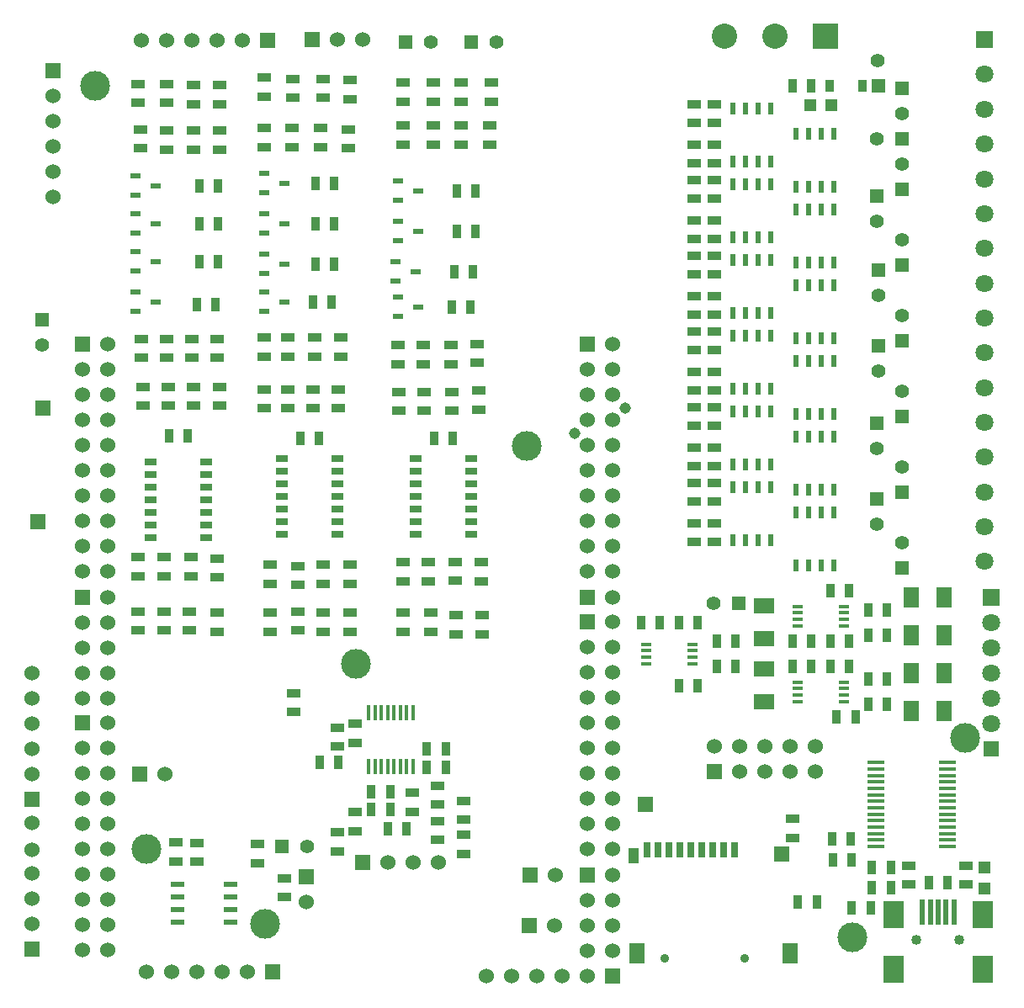
<source format=gts>
G04 (created by PCBNEW (2013-07-07 BZR 4022)-stable) date 28/01/2014 16:49:45*
%MOIN*%
G04 Gerber Fmt 3.4, Leading zero omitted, Abs format*
%FSLAX34Y34*%
G01*
G70*
G90*
G04 APERTURE LIST*
%ADD10C,0.00590551*%
%ADD11R,0.06X0.06*%
%ADD12C,0.06*%
%ADD13C,0.11811*%
%ADD14R,0.0394X0.0236*%
%ADD15R,0.05X0.025*%
%ADD16R,0.055X0.055*%
%ADD17C,0.055*%
%ADD18R,0.035X0.055*%
%ADD19R,0.055X0.035*%
%ADD20R,0.0472X0.0472*%
%ADD21R,0.065X0.016*%
%ADD22R,0.02X0.1*%
%ADD23R,0.0787402X0.11*%
%ADD24C,0.04*%
%ADD25R,0.03X0.06*%
%ADD26R,0.04X0.06*%
%ADD27R,0.06X0.08*%
%ADD28C,0.035*%
%ADD29R,0.0177X0.059*%
%ADD30R,0.0551X0.0236*%
%ADD31C,0.0708661*%
%ADD32R,0.0708661X0.0708661*%
%ADD33R,0.02X0.045*%
%ADD34R,0.1X0.1*%
%ADD35C,0.1*%
%ADD36R,0.038X0.05*%
%ADD37C,0.045*%
%ADD38R,0.08X0.06*%
%ADD39R,0.0402X0.0161*%
G04 APERTURE END LIST*
G54D10*
G54D11*
X70000Y-71000D03*
G54D12*
X71000Y-71000D03*
X70000Y-72000D03*
X71000Y-72000D03*
X70000Y-73000D03*
X71000Y-73000D03*
X70000Y-74000D03*
X71000Y-74000D03*
G54D11*
X50000Y-60000D03*
G54D12*
X51000Y-60000D03*
X50000Y-61000D03*
X51000Y-61000D03*
X50000Y-62000D03*
X51000Y-62000D03*
X50000Y-63000D03*
X51000Y-63000D03*
X50000Y-64000D03*
X51000Y-64000D03*
G54D11*
X70000Y-60000D03*
G54D12*
X71000Y-60000D03*
G54D11*
X50000Y-64984D03*
G54D12*
X51000Y-64984D03*
X50000Y-65984D03*
X51000Y-65984D03*
X50000Y-66984D03*
X51000Y-66984D03*
X50000Y-67984D03*
X51000Y-67984D03*
X50000Y-68984D03*
X51000Y-68984D03*
X50000Y-69984D03*
X51000Y-69984D03*
X50000Y-70984D03*
X51000Y-70984D03*
X50000Y-71984D03*
X51000Y-71984D03*
X50000Y-72984D03*
X51000Y-72984D03*
X50000Y-73984D03*
X51000Y-73984D03*
G54D11*
X48000Y-73950D03*
G54D12*
X48000Y-72950D03*
X48000Y-71950D03*
X48000Y-70950D03*
X48000Y-70000D03*
X48000Y-68950D03*
G54D11*
X48000Y-68000D03*
G54D12*
X48000Y-67000D03*
X48000Y-66000D03*
X48000Y-65000D03*
X48000Y-64000D03*
X48000Y-63000D03*
G54D11*
X57525Y-74850D03*
G54D12*
X56525Y-74850D03*
X55525Y-74850D03*
X54525Y-74850D03*
X53525Y-74850D03*
X52525Y-74850D03*
G54D11*
X67725Y-71000D03*
G54D12*
X68725Y-71000D03*
G54D11*
X67700Y-73000D03*
G54D12*
X68700Y-73000D03*
G54D11*
X52275Y-67000D03*
G54D12*
X53275Y-67000D03*
G54D11*
X71000Y-75025D03*
G54D12*
X70000Y-75025D03*
X69000Y-75000D03*
X68000Y-75025D03*
X67000Y-75025D03*
X66000Y-75025D03*
G54D11*
X86000Y-66000D03*
G54D13*
X67600Y-54000D03*
X50500Y-39750D03*
X60825Y-62650D03*
G54D11*
X59100Y-37900D03*
G54D12*
X60100Y-37900D03*
X61100Y-37900D03*
G54D14*
X52084Y-46325D03*
X52916Y-46700D03*
X52084Y-47075D03*
X62484Y-45125D03*
X63316Y-45500D03*
X62484Y-45875D03*
X62484Y-43525D03*
X63316Y-43900D03*
X62484Y-44275D03*
X52084Y-44825D03*
X52916Y-45200D03*
X52084Y-45575D03*
X52084Y-47925D03*
X52916Y-48300D03*
X52084Y-48675D03*
X52084Y-43325D03*
X52916Y-43700D03*
X52084Y-44075D03*
G54D11*
X57350Y-37950D03*
G54D12*
X56350Y-37950D03*
X55350Y-37950D03*
X54350Y-37950D03*
X53350Y-37950D03*
X52350Y-37950D03*
G54D14*
X57184Y-44825D03*
X58016Y-45200D03*
X57184Y-45575D03*
X57184Y-43225D03*
X58016Y-43600D03*
X57184Y-43975D03*
X57184Y-47925D03*
X58016Y-48300D03*
X57184Y-48675D03*
X57184Y-46425D03*
X58016Y-46800D03*
X57184Y-47175D03*
G54D15*
X54900Y-57650D03*
X54900Y-57150D03*
X54900Y-56650D03*
X54900Y-56150D03*
X54900Y-55650D03*
X54900Y-55150D03*
X54900Y-54650D03*
X52700Y-54650D03*
X52700Y-55150D03*
X52700Y-55650D03*
X52700Y-56150D03*
X52700Y-56650D03*
X52700Y-57150D03*
X52700Y-57650D03*
X60100Y-57500D03*
X60100Y-57000D03*
X60100Y-56500D03*
X60100Y-56000D03*
X60100Y-55500D03*
X60100Y-55000D03*
X60100Y-54500D03*
X57900Y-54500D03*
X57900Y-55000D03*
X57900Y-55500D03*
X57900Y-56000D03*
X57900Y-56500D03*
X57900Y-57000D03*
X57900Y-57500D03*
X65400Y-57500D03*
X65400Y-57000D03*
X65400Y-56500D03*
X65400Y-56000D03*
X65400Y-55500D03*
X65400Y-55000D03*
X65400Y-54500D03*
X63200Y-54500D03*
X63200Y-55000D03*
X63200Y-55500D03*
X63200Y-56000D03*
X63200Y-56500D03*
X63200Y-57000D03*
X63200Y-57500D03*
G54D14*
X62384Y-46725D03*
X63216Y-47100D03*
X62384Y-47475D03*
X62484Y-48125D03*
X63316Y-48500D03*
X62484Y-48875D03*
G54D11*
X48225Y-57000D03*
X48450Y-52500D03*
X48825Y-39150D03*
G54D12*
X48825Y-40150D03*
X48825Y-41150D03*
X48825Y-42150D03*
X48825Y-43150D03*
X48825Y-44150D03*
G54D16*
X48400Y-49000D03*
G54D17*
X48400Y-50000D03*
G54D16*
X62800Y-38000D03*
G54D17*
X63800Y-38000D03*
G54D16*
X65400Y-38000D03*
G54D17*
X66400Y-38000D03*
G54D18*
X54175Y-53600D03*
X53425Y-53600D03*
X63925Y-53700D03*
X64675Y-53700D03*
X59375Y-53700D03*
X58625Y-53700D03*
G54D19*
X53250Y-61325D03*
X53250Y-60575D03*
X52200Y-60575D03*
X52200Y-61325D03*
X52300Y-42225D03*
X52300Y-41475D03*
X55350Y-60625D03*
X55350Y-61375D03*
X54250Y-61325D03*
X54250Y-60575D03*
X53350Y-42275D03*
X53350Y-41525D03*
X53250Y-59175D03*
X53250Y-58425D03*
X52200Y-58425D03*
X52200Y-59175D03*
X52200Y-39675D03*
X52200Y-40425D03*
X53350Y-39675D03*
X53350Y-40425D03*
X54300Y-59175D03*
X54300Y-58425D03*
X55350Y-58475D03*
X55350Y-59225D03*
X54400Y-52425D03*
X54400Y-51675D03*
X55450Y-42275D03*
X55450Y-41525D03*
X53400Y-51675D03*
X53400Y-52425D03*
X55450Y-52425D03*
X55450Y-51675D03*
X52400Y-51675D03*
X52400Y-52425D03*
X54400Y-42275D03*
X54400Y-41525D03*
X54350Y-50525D03*
X54350Y-49775D03*
X55450Y-39725D03*
X55450Y-40475D03*
X52350Y-49775D03*
X52350Y-50525D03*
X54400Y-39725D03*
X54400Y-40475D03*
X58550Y-61325D03*
X58550Y-60575D03*
X59450Y-42175D03*
X59450Y-41425D03*
X57200Y-51775D03*
X57200Y-52525D03*
X60550Y-42225D03*
X60550Y-41475D03*
X59150Y-52525D03*
X59150Y-51775D03*
G54D18*
X55375Y-45200D03*
X54625Y-45200D03*
X55375Y-43700D03*
X54625Y-43700D03*
G54D19*
X57200Y-42175D03*
X57200Y-41425D03*
X57450Y-60625D03*
X57450Y-61375D03*
X63800Y-61375D03*
X63800Y-60625D03*
X62700Y-60625D03*
X62700Y-61375D03*
X62700Y-42075D03*
X62700Y-41325D03*
X63900Y-42075D03*
X63900Y-41325D03*
X64800Y-61475D03*
X64800Y-60725D03*
X65850Y-60725D03*
X65850Y-61475D03*
X64650Y-52625D03*
X64650Y-51875D03*
X65700Y-52575D03*
X65700Y-51825D03*
X66150Y-42075D03*
X66150Y-41325D03*
X62550Y-51875D03*
X62550Y-52625D03*
X63550Y-51875D03*
X63550Y-52625D03*
X65000Y-42075D03*
X65000Y-41325D03*
X55350Y-50525D03*
X55350Y-49775D03*
X53350Y-49775D03*
X53350Y-50525D03*
X60150Y-52525D03*
X60150Y-51775D03*
X58150Y-51775D03*
X58150Y-52525D03*
X58300Y-42175D03*
X58300Y-41425D03*
X58150Y-49725D03*
X58150Y-50475D03*
X60250Y-50475D03*
X60250Y-49725D03*
X57450Y-58725D03*
X57450Y-59475D03*
X58550Y-59525D03*
X58550Y-58775D03*
X59550Y-39475D03*
X59550Y-40225D03*
X57200Y-49725D03*
X57200Y-50475D03*
X60600Y-39525D03*
X60600Y-40275D03*
X59200Y-50475D03*
X59200Y-49725D03*
X60600Y-58725D03*
X60600Y-59475D03*
X59550Y-59475D03*
X59550Y-58725D03*
X58350Y-39475D03*
X58350Y-40225D03*
X57200Y-39425D03*
X57200Y-40175D03*
G54D18*
X55375Y-46700D03*
X54625Y-46700D03*
X55275Y-48400D03*
X54525Y-48400D03*
X59975Y-43600D03*
X59225Y-43600D03*
X59975Y-45200D03*
X59225Y-45200D03*
X65575Y-45500D03*
X64825Y-45500D03*
X65575Y-43900D03*
X64825Y-43900D03*
X59875Y-48300D03*
X59125Y-48300D03*
X59975Y-46800D03*
X59225Y-46800D03*
G54D19*
X59550Y-61375D03*
X59550Y-60625D03*
X60600Y-60625D03*
X60600Y-61375D03*
X63700Y-59375D03*
X63700Y-58625D03*
X62700Y-58625D03*
X62700Y-59375D03*
X62700Y-39625D03*
X62700Y-40375D03*
X63900Y-39625D03*
X63900Y-40375D03*
X64774Y-59349D03*
X64774Y-58599D03*
X65800Y-58625D03*
X65800Y-59375D03*
X64600Y-50775D03*
X64600Y-50025D03*
X65650Y-50725D03*
X65650Y-49975D03*
X66200Y-39625D03*
X66200Y-40375D03*
X62500Y-50025D03*
X62500Y-50775D03*
X63500Y-50025D03*
X63500Y-50775D03*
X65000Y-39625D03*
X65000Y-40375D03*
G54D18*
X65375Y-48500D03*
X64625Y-48500D03*
X65475Y-47100D03*
X64725Y-47100D03*
G54D11*
X50000Y-49984D03*
G54D12*
X51000Y-49984D03*
X50000Y-50984D03*
X51000Y-50984D03*
X50000Y-51984D03*
X51000Y-51984D03*
X50000Y-52984D03*
X51000Y-52984D03*
X50000Y-53984D03*
X51000Y-53984D03*
X50000Y-54984D03*
X51000Y-54984D03*
X50000Y-55984D03*
X51000Y-55984D03*
X50000Y-56984D03*
X51000Y-56984D03*
X50000Y-57984D03*
X51000Y-57984D03*
X50000Y-58984D03*
X51000Y-58984D03*
G54D18*
X81275Y-71518D03*
X82025Y-71518D03*
G54D19*
X82750Y-71393D03*
X82750Y-70643D03*
G54D18*
X83525Y-71318D03*
X84275Y-71318D03*
X80475Y-70418D03*
X79725Y-70418D03*
X79700Y-69593D03*
X80450Y-69593D03*
X81275Y-70718D03*
X82025Y-70718D03*
G54D20*
X85750Y-70705D03*
X85750Y-71531D03*
G54D18*
X81225Y-72318D03*
X80475Y-72318D03*
G54D19*
X85000Y-71393D03*
X85000Y-70643D03*
G54D21*
X81433Y-68090D03*
X81433Y-68346D03*
X81433Y-68602D03*
X81433Y-68858D03*
X84267Y-67322D03*
X81433Y-67322D03*
X81433Y-67578D03*
X81433Y-67834D03*
X84267Y-69114D03*
X84267Y-68858D03*
X84267Y-68602D03*
X84267Y-68346D03*
X84267Y-68090D03*
X84267Y-67834D03*
X81433Y-69114D03*
X84267Y-67578D03*
X84267Y-67066D03*
X84267Y-66811D03*
X84267Y-66555D03*
X81433Y-66555D03*
X81433Y-66811D03*
X81433Y-67066D03*
X81433Y-69370D03*
X81433Y-69625D03*
X81433Y-69881D03*
X84267Y-69881D03*
X84267Y-69625D03*
X84267Y-69370D03*
G54D11*
X70000Y-60984D03*
G54D12*
X71000Y-60984D03*
X70000Y-61984D03*
X71000Y-61984D03*
X70000Y-62984D03*
X71000Y-62984D03*
X70000Y-63984D03*
X71000Y-63984D03*
X70000Y-64984D03*
X71000Y-64984D03*
X70000Y-65984D03*
X71000Y-65984D03*
X70000Y-66984D03*
X71000Y-66984D03*
X70000Y-67984D03*
X71000Y-67984D03*
X70000Y-68984D03*
X71000Y-68984D03*
X70000Y-69984D03*
X71000Y-69984D03*
G54D11*
X75050Y-66918D03*
G54D12*
X75050Y-65918D03*
X76050Y-66918D03*
X76050Y-65918D03*
X77050Y-66918D03*
X77050Y-65918D03*
X78050Y-66918D03*
X78050Y-65918D03*
X79050Y-66918D03*
X79050Y-65918D03*
G54D11*
X72300Y-68218D03*
G54D18*
X79100Y-72093D03*
X78350Y-72093D03*
G54D19*
X78125Y-69543D03*
X78125Y-68793D03*
G54D22*
X83270Y-72468D03*
X83585Y-72468D03*
X83900Y-72468D03*
X84214Y-72468D03*
X84529Y-72468D03*
G54D23*
X82128Y-74749D03*
X85671Y-74749D03*
X82128Y-72583D03*
X85671Y-72583D03*
G54D24*
X83050Y-73568D03*
X84750Y-73568D03*
G54D25*
X75832Y-70018D03*
X75399Y-70018D03*
X74966Y-70018D03*
X74533Y-70018D03*
X74100Y-70018D03*
X73666Y-70018D03*
X73233Y-70018D03*
X72800Y-70018D03*
X72367Y-70018D03*
G54D26*
X71837Y-70254D03*
G54D27*
X71974Y-74101D03*
X78037Y-74101D03*
G54D11*
X77714Y-70172D03*
G54D28*
X73076Y-74309D03*
X76225Y-74309D03*
G54D13*
X80500Y-73493D03*
X84975Y-65568D03*
G54D18*
X63635Y-65994D03*
X64385Y-65994D03*
X61435Y-68394D03*
X62185Y-68394D03*
G54D19*
X60810Y-65769D03*
X60810Y-65019D03*
X65110Y-70169D03*
X65110Y-69419D03*
X64060Y-69619D03*
X64060Y-68869D03*
G54D18*
X62085Y-69169D03*
X62835Y-69169D03*
G54D19*
X60110Y-70069D03*
X60110Y-69319D03*
X65110Y-68819D03*
X65110Y-68069D03*
X64060Y-68219D03*
X64060Y-67469D03*
X63060Y-68494D03*
X63060Y-67744D03*
X60810Y-69269D03*
X60810Y-68519D03*
G54D18*
X64385Y-66744D03*
X63635Y-66744D03*
X61435Y-67694D03*
X62185Y-67694D03*
G54D19*
X58372Y-64557D03*
X58372Y-63807D03*
X60110Y-65169D03*
X60110Y-65919D03*
G54D29*
X63085Y-64585D03*
X62835Y-64585D03*
X62585Y-64585D03*
X62335Y-64585D03*
X62085Y-64585D03*
X61835Y-64585D03*
X61585Y-64585D03*
X61335Y-64585D03*
X61335Y-66703D03*
X61585Y-66703D03*
X61835Y-66703D03*
X62085Y-66703D03*
X62335Y-66703D03*
X62585Y-66703D03*
X62835Y-66703D03*
X63085Y-66703D03*
G54D11*
X61110Y-70494D03*
G54D12*
X62110Y-70494D03*
X63110Y-70494D03*
X64110Y-70494D03*
G54D18*
X60135Y-66544D03*
X59385Y-66544D03*
G54D19*
X54519Y-69737D03*
X54519Y-70487D03*
X53694Y-70462D03*
X53694Y-69712D03*
X56919Y-70537D03*
X56919Y-69787D03*
G54D11*
X58869Y-71062D03*
G54D12*
X58869Y-72062D03*
G54D30*
X55869Y-71362D03*
X53769Y-71362D03*
X55869Y-71862D03*
X55869Y-72362D03*
X55869Y-72862D03*
X53769Y-71862D03*
X53769Y-72362D03*
X53769Y-72862D03*
G54D16*
X57894Y-69887D03*
G54D17*
X58894Y-69887D03*
G54D19*
X57994Y-71137D03*
X57994Y-71887D03*
G54D13*
X52519Y-69987D03*
X57244Y-72937D03*
G54D31*
X85750Y-58584D03*
X85750Y-57206D03*
G54D32*
X85750Y-37915D03*
G54D31*
X85750Y-39293D03*
X85750Y-40671D03*
X85750Y-42049D03*
X85750Y-43427D03*
X85750Y-44805D03*
X85750Y-46183D03*
X85750Y-47561D03*
X85750Y-48938D03*
X85750Y-50316D03*
X85750Y-51694D03*
X85750Y-53072D03*
X85750Y-54450D03*
X85750Y-55828D03*
G54D11*
X70000Y-49984D03*
G54D12*
X71000Y-49984D03*
X70000Y-50984D03*
X71000Y-50984D03*
X70000Y-51984D03*
X71000Y-51984D03*
X70000Y-52984D03*
X71000Y-52984D03*
X70000Y-53984D03*
X71000Y-53984D03*
X70000Y-54984D03*
X71000Y-54984D03*
X70000Y-55984D03*
X71000Y-55984D03*
X70000Y-56984D03*
X71000Y-56984D03*
X70000Y-57984D03*
X71000Y-57984D03*
X70000Y-58984D03*
X71000Y-58984D03*
G54D19*
X74225Y-40475D03*
X74225Y-41225D03*
X74225Y-42075D03*
X74225Y-42825D03*
X74225Y-43475D03*
X74225Y-44225D03*
X74225Y-45075D03*
X74225Y-45825D03*
X74225Y-46475D03*
X74225Y-47225D03*
X74225Y-48075D03*
X74225Y-48825D03*
G54D16*
X81475Y-53100D03*
G54D17*
X81475Y-54100D03*
G54D16*
X81475Y-44100D03*
G54D17*
X81475Y-45100D03*
G54D16*
X82475Y-52850D03*
G54D17*
X82475Y-51850D03*
G54D16*
X82475Y-43850D03*
G54D17*
X82475Y-42850D03*
G54D16*
X81525Y-50050D03*
G54D17*
X81525Y-51050D03*
G54D16*
X82475Y-39850D03*
G54D17*
X82475Y-40850D03*
G54D19*
X75025Y-47225D03*
X75025Y-46475D03*
X75025Y-48825D03*
X75025Y-48075D03*
X75025Y-44225D03*
X75025Y-43475D03*
X75025Y-45825D03*
X75025Y-45075D03*
X75025Y-42825D03*
X75025Y-42075D03*
X75025Y-41225D03*
X75025Y-40475D03*
G54D33*
X77275Y-48750D03*
X77275Y-46650D03*
X76775Y-48750D03*
X76275Y-48750D03*
X75775Y-48750D03*
X76775Y-46650D03*
X76275Y-46650D03*
X75775Y-46650D03*
X79775Y-49750D03*
X79775Y-47650D03*
X79275Y-49750D03*
X78775Y-49750D03*
X78275Y-49750D03*
X79275Y-47650D03*
X78775Y-47650D03*
X78275Y-47650D03*
X77275Y-45750D03*
X77275Y-43650D03*
X76775Y-45750D03*
X76275Y-45750D03*
X75775Y-45750D03*
X76775Y-43650D03*
X76275Y-43650D03*
X75775Y-43650D03*
X79775Y-43750D03*
X79775Y-41650D03*
X79275Y-43750D03*
X78775Y-43750D03*
X78275Y-43750D03*
X79275Y-41650D03*
X78775Y-41650D03*
X78275Y-41650D03*
X77275Y-42750D03*
X77275Y-40650D03*
X76775Y-42750D03*
X76275Y-42750D03*
X75775Y-42750D03*
X76775Y-40650D03*
X76275Y-40650D03*
X75775Y-40650D03*
X79775Y-46750D03*
X79775Y-44650D03*
X79275Y-46750D03*
X78775Y-46750D03*
X78275Y-46750D03*
X79275Y-44650D03*
X78775Y-44650D03*
X78275Y-44650D03*
X77275Y-54750D03*
X77275Y-52650D03*
X76775Y-54750D03*
X76275Y-54750D03*
X75775Y-54750D03*
X76775Y-52650D03*
X76275Y-52650D03*
X75775Y-52650D03*
X79775Y-58750D03*
X79775Y-56650D03*
X79275Y-58750D03*
X78775Y-58750D03*
X78275Y-58750D03*
X79275Y-56650D03*
X78775Y-56650D03*
X78275Y-56650D03*
X77275Y-57750D03*
X77275Y-55650D03*
X76775Y-57750D03*
X76275Y-57750D03*
X75775Y-57750D03*
X76775Y-55650D03*
X76275Y-55650D03*
X75775Y-55650D03*
X79775Y-55750D03*
X79775Y-53650D03*
X79275Y-55750D03*
X78775Y-55750D03*
X78275Y-55750D03*
X79275Y-53650D03*
X78775Y-53650D03*
X78275Y-53650D03*
X77275Y-51750D03*
X77275Y-49650D03*
X76775Y-51750D03*
X76275Y-51750D03*
X75775Y-51750D03*
X76775Y-49650D03*
X76275Y-49650D03*
X75775Y-49650D03*
X79775Y-52750D03*
X79775Y-50650D03*
X79275Y-52750D03*
X78775Y-52750D03*
X78275Y-52750D03*
X79275Y-50650D03*
X78775Y-50650D03*
X78275Y-50650D03*
G54D19*
X75025Y-57825D03*
X75025Y-57075D03*
X75025Y-56225D03*
X75025Y-55475D03*
X75025Y-53225D03*
X75025Y-52475D03*
X75025Y-54825D03*
X75025Y-54075D03*
X75025Y-50225D03*
X75025Y-49475D03*
X75025Y-51825D03*
X75025Y-51075D03*
G54D34*
X79425Y-37775D03*
G54D35*
X77425Y-37775D03*
X75425Y-37775D03*
G54D36*
X79610Y-39740D03*
X80900Y-39740D03*
G54D18*
X78125Y-39750D03*
X78875Y-39750D03*
G54D20*
X78837Y-40500D03*
X79663Y-40500D03*
G54D16*
X82475Y-46850D03*
G54D17*
X82475Y-45850D03*
G54D16*
X82475Y-55850D03*
G54D17*
X82475Y-54850D03*
G54D16*
X81525Y-47050D03*
G54D17*
X81525Y-48050D03*
G54D16*
X81475Y-56100D03*
G54D17*
X81475Y-57100D03*
G54D16*
X82475Y-49850D03*
G54D17*
X82475Y-48850D03*
G54D16*
X82475Y-58850D03*
G54D17*
X82475Y-57850D03*
G54D16*
X81525Y-39750D03*
G54D17*
X81500Y-38750D03*
G54D16*
X82475Y-41850D03*
G54D17*
X81475Y-41850D03*
G54D19*
X74225Y-49475D03*
X74225Y-50225D03*
X74225Y-51075D03*
X74225Y-51825D03*
X74225Y-52475D03*
X74225Y-53225D03*
X74225Y-54075D03*
X74225Y-54825D03*
X74225Y-55475D03*
X74225Y-56225D03*
X74225Y-57075D03*
X74225Y-57825D03*
G54D37*
X69500Y-53500D03*
X71500Y-52500D03*
G54D38*
X77000Y-62850D03*
X77000Y-64150D03*
G54D27*
X82850Y-63000D03*
X84150Y-63000D03*
X82850Y-61500D03*
X84150Y-61500D03*
X82850Y-60000D03*
X84150Y-60000D03*
X82850Y-64500D03*
X84150Y-64500D03*
G54D38*
X77000Y-61650D03*
X77000Y-60350D03*
G54D18*
X74375Y-63500D03*
X73625Y-63500D03*
X75875Y-62750D03*
X75125Y-62750D03*
X80375Y-62750D03*
X79625Y-62750D03*
X80375Y-61750D03*
X79625Y-61750D03*
X81875Y-61500D03*
X81125Y-61500D03*
X78125Y-62750D03*
X78875Y-62750D03*
X81875Y-60500D03*
X81125Y-60500D03*
X80375Y-59750D03*
X79625Y-59750D03*
X75875Y-61750D03*
X75125Y-61750D03*
X74375Y-61000D03*
X73625Y-61000D03*
X78125Y-61750D03*
X78875Y-61750D03*
X81875Y-63250D03*
X81125Y-63250D03*
X72125Y-61000D03*
X72875Y-61000D03*
X81875Y-64250D03*
X81125Y-64250D03*
X80625Y-64750D03*
X79875Y-64750D03*
G54D16*
X76000Y-60250D03*
G54D17*
X75000Y-60250D03*
G54D39*
X78344Y-63366D03*
X78344Y-63622D03*
X78344Y-63878D03*
X78344Y-64134D03*
X80156Y-64134D03*
X80156Y-63878D03*
X80156Y-63622D03*
X80156Y-63366D03*
X72344Y-61866D03*
X72344Y-62122D03*
X72344Y-62378D03*
X72344Y-62634D03*
X74156Y-62634D03*
X74156Y-62378D03*
X74156Y-62122D03*
X74156Y-61866D03*
X78344Y-60366D03*
X78344Y-60622D03*
X78344Y-60878D03*
X78344Y-61134D03*
X80156Y-61134D03*
X80156Y-60878D03*
X80156Y-60622D03*
X80156Y-60366D03*
G54D32*
X86000Y-60000D03*
G54D31*
X86000Y-61000D03*
X86000Y-62000D03*
X86000Y-63000D03*
X86000Y-64000D03*
X86000Y-65000D03*
M02*

</source>
